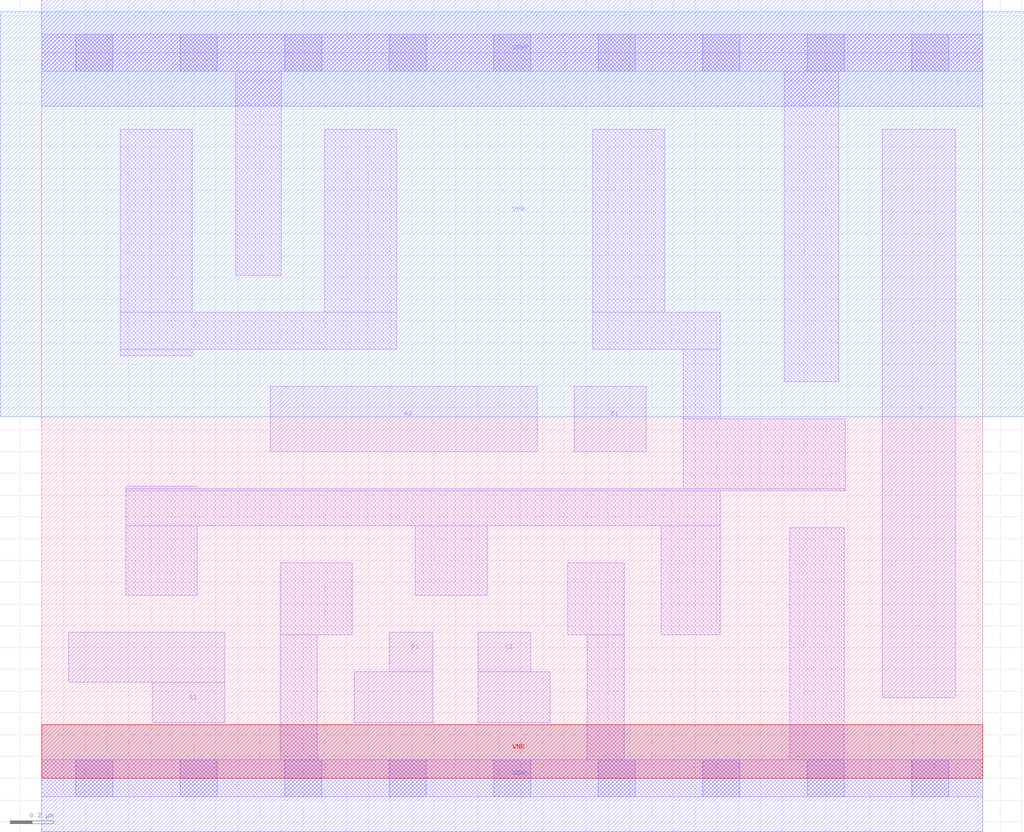
<source format=lef>
# Copyright 2020 The SkyWater PDK Authors
#
# Licensed under the Apache License, Version 2.0 (the "License");
# you may not use this file except in compliance with the License.
# You may obtain a copy of the License at
#
#     https://www.apache.org/licenses/LICENSE-2.0
#
# Unless required by applicable law or agreed to in writing, software
# distributed under the License is distributed on an "AS IS" BASIS,
# WITHOUT WARRANTIES OR CONDITIONS OF ANY KIND, either express or implied.
# See the License for the specific language governing permissions and
# limitations under the License.
#
# SPDX-License-Identifier: Apache-2.0

VERSION 5.7 ;
  NOWIREEXTENSIONATPIN ON ;
  DIVIDERCHAR "/" ;
  BUSBITCHARS "[]" ;
MACRO sky130_fd_sc_ls__a2111o_1
  CLASS CORE ;
  FOREIGN sky130_fd_sc_ls__a2111o_1 ;
  ORIGIN  0.000000  0.000000 ;
  SIZE  4.320000 BY  3.330000 ;
  SYMMETRY X Y ;
  SITE unit ;
  PIN A1
    ANTENNAGATEAREA  0.246000 ;
    DIRECTION INPUT ;
    USE SIGNAL ;
    PORT
      LAYER li1 ;
        RECT 0.125000 0.440000 0.840000 0.670000 ;
        RECT 0.510000 0.255000 0.840000 0.440000 ;
    END
  END A1
  PIN A2
    ANTENNAGATEAREA  0.246000 ;
    DIRECTION INPUT ;
    USE SIGNAL ;
    PORT
      LAYER li1 ;
        RECT 1.050000 1.500000 2.275000 1.800000 ;
    END
  END A2
  PIN B1
    ANTENNAGATEAREA  0.246000 ;
    DIRECTION INPUT ;
    USE SIGNAL ;
    PORT
      LAYER li1 ;
        RECT 1.435000 0.255000 1.795000 0.490000 ;
        RECT 1.595000 0.490000 1.795000 0.670000 ;
    END
  END B1
  PIN C1
    ANTENNAGATEAREA  0.246000 ;
    DIRECTION INPUT ;
    USE SIGNAL ;
    PORT
      LAYER li1 ;
        RECT 2.005000 0.255000 2.335000 0.490000 ;
        RECT 2.005000 0.490000 2.245000 0.670000 ;
    END
  END C1
  PIN D1
    ANTENNAGATEAREA  0.246000 ;
    DIRECTION INPUT ;
    USE SIGNAL ;
    PORT
      LAYER li1 ;
        RECT 2.445000 1.500000 2.775000 1.800000 ;
    END
  END D1
  PIN VNB
    PORT
      LAYER pwell ;
        RECT 0.000000 0.000000 4.320000 0.245000 ;
    END
  END VNB
  PIN VPB
    PORT
      LAYER nwell ;
        RECT -0.190000 1.660000 4.510000 3.520000 ;
    END
  END VPB
  PIN X
    ANTENNADIFFAREA  0.504100 ;
    DIRECTION OUTPUT ;
    USE SIGNAL ;
    PORT
      LAYER li1 ;
        RECT 3.860000 0.370000 4.195000 2.980000 ;
    END
  END X
  PIN VGND
    DIRECTION INOUT ;
    SHAPE ABUTMENT ;
    USE GROUND ;
    PORT
      LAYER met1 ;
        RECT 0.000000 -0.245000 4.320000 0.245000 ;
    END
  END VGND
  PIN VPWR
    DIRECTION INOUT ;
    SHAPE ABUTMENT ;
    USE POWER ;
    PORT
      LAYER met1 ;
        RECT 0.000000 3.085000 4.320000 3.575000 ;
    END
  END VPWR
  OBS
    LAYER li1 ;
      RECT 0.000000 -0.085000 4.320000 0.085000 ;
      RECT 0.000000  3.245000 4.320000 3.415000 ;
      RECT 0.360000  1.940000 0.690000 1.970000 ;
      RECT 0.360000  1.970000 1.630000 2.140000 ;
      RECT 0.360000  2.140000 0.690000 2.980000 ;
      RECT 0.385000  0.840000 0.715000 1.160000 ;
      RECT 0.385000  1.160000 3.115000 1.320000 ;
      RECT 0.385000  1.320000 3.690000 1.330000 ;
      RECT 0.385000  1.330000 0.715000 1.340000 ;
      RECT 0.890000  2.310000 1.100000 3.245000 ;
      RECT 1.095000  0.085000 1.265000 0.660000 ;
      RECT 1.095000  0.660000 1.425000 0.990000 ;
      RECT 1.300000  2.140000 1.630000 2.980000 ;
      RECT 1.715000  0.840000 2.045000 1.160000 ;
      RECT 2.415000  0.660000 2.675000 0.990000 ;
      RECT 2.505000  0.085000 2.675000 0.660000 ;
      RECT 2.530000  1.970000 3.115000 2.140000 ;
      RECT 2.530000  2.140000 2.860000 2.980000 ;
      RECT 2.845000  0.660000 3.115000 1.160000 ;
      RECT 2.945000  1.330000 3.690000 1.650000 ;
      RECT 2.945000  1.650000 3.115000 1.970000 ;
      RECT 3.410000  1.820000 3.660000 3.245000 ;
      RECT 3.435000  0.085000 3.685000 1.150000 ;
    LAYER mcon ;
      RECT 0.155000 -0.085000 0.325000 0.085000 ;
      RECT 0.155000  3.245000 0.325000 3.415000 ;
      RECT 0.635000 -0.085000 0.805000 0.085000 ;
      RECT 0.635000  3.245000 0.805000 3.415000 ;
      RECT 1.115000 -0.085000 1.285000 0.085000 ;
      RECT 1.115000  3.245000 1.285000 3.415000 ;
      RECT 1.595000 -0.085000 1.765000 0.085000 ;
      RECT 1.595000  3.245000 1.765000 3.415000 ;
      RECT 2.075000 -0.085000 2.245000 0.085000 ;
      RECT 2.075000  3.245000 2.245000 3.415000 ;
      RECT 2.555000 -0.085000 2.725000 0.085000 ;
      RECT 2.555000  3.245000 2.725000 3.415000 ;
      RECT 3.035000 -0.085000 3.205000 0.085000 ;
      RECT 3.035000  3.245000 3.205000 3.415000 ;
      RECT 3.515000 -0.085000 3.685000 0.085000 ;
      RECT 3.515000  3.245000 3.685000 3.415000 ;
      RECT 3.995000 -0.085000 4.165000 0.085000 ;
      RECT 3.995000  3.245000 4.165000 3.415000 ;
  END
END sky130_fd_sc_ls__a2111o_1
END LIBRARY

</source>
